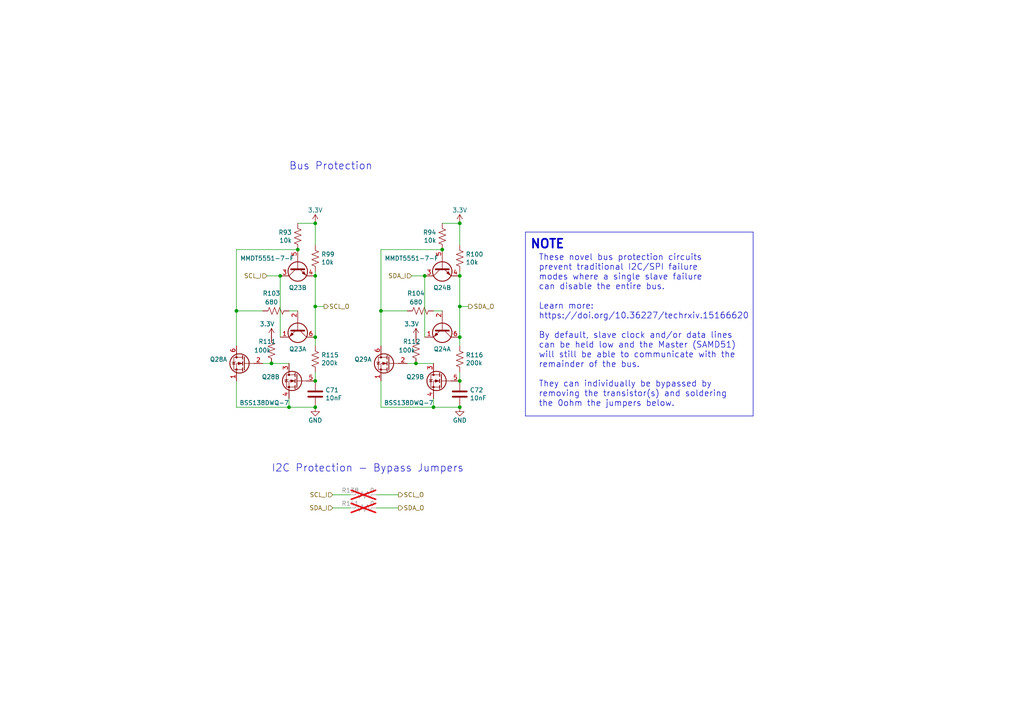
<source format=kicad_sch>
(kicad_sch (version 20230121) (generator eeschema)
  (paper "A4")
  (lib_symbols
    (symbol "Device:C" (pin_numbers hide) (pin_names (offset 0.254))
      (property "Reference" "C" (at 0.635 2.54 0))
      (property "Value" "C" (at 0.635 -2.54 0))
      (symbol "C_0_1"
        (polyline (pts (xy -2.032 -0.762) (xy 2.032 -0.762)) (stroke (width 0.508)))
        (polyline (pts (xy -2.032 0.762) (xy 2.032 0.762)) (stroke (width 0.508)))
      )
      (symbol "C_1_1"
        (pin passive line (at 0 3.81 270) (length 2.794) (name "~") (number "1"))
        (pin passive line (at 0 -3.81 90) (length 2.794) (name "~") (number "2"))
      )
    )
    (symbol "Device:R_US" (pin_numbers hide) (pin_names (offset 0))
      (property "Reference" "R" (at 2.54 0 90))
      (property "Value" "R_US" (at -2.54 0 90))
      (symbol "R_US_0_1"
        (polyline (pts (xy 0 -2.286) (xy 0 -2.54)))
        (polyline (pts (xy 0 2.286) (xy 0 2.54)))
        (polyline (pts (xy 0 -0.762) (xy 1.016 -1.143) (xy 0 -1.524) (xy -1.016 -1.905) (xy 0 -2.286)))
        (polyline (pts (xy 0 0.762) (xy 1.016 0.381) (xy 0 0) (xy -1.016 -0.381) (xy 0 -0.762)))
        (polyline (pts (xy 0 2.286) (xy 1.016 1.905) (xy 0 1.524) (xy -1.016 1.143) (xy 0 0.762)))
      )
      (symbol "R_US_1_1"
        (pin passive line (at 0 3.81 270) (length 1.27) (name "~") (number "1"))
        (pin passive line (at 0 -3.81 90) (length 1.27) (name "~") (number "2"))
      )
    )
    (symbol "SierraLobo:BSS138DW" (pin_names (offset 0.762) hide)
      (property "Reference" "Q" (at -2.54 5.08 0))
      (property "Value" "BSS138DW" (at 3.81 6.35 0))
      (symbol "BSS138DW_1_1"
        (polyline (pts (xy -1.016 0) (xy -3.81 0)))
        (polyline (pts (xy -1.016 1.905) (xy -1.016 -1.905)) (stroke (width 0.254)))
        (polyline (pts (xy -0.508 -1.27) (xy -0.508 -2.286)) (stroke (width 0.254)))
        (polyline (pts (xy -0.508 0.508) (xy -0.508 -0.508)) (stroke (width 0.254)))
        (polyline (pts (xy -0.508 2.286) (xy -0.508 1.27)) (stroke (width 0.254)))
        (polyline (pts (xy 1.27 2.54) (xy 1.27 1.778)))
        (polyline (pts (xy 1.27 -2.54) (xy 1.27 0) (xy -0.508 0)))
        (polyline (pts (xy -0.508 -1.778) (xy 2.032 -1.778) (xy 2.032 1.778) (xy -0.508 1.778)))
        (polyline (pts (xy -0.254 0) (xy 0.762 0.381) (xy 0.762 -0.381) (xy -0.254 0)) (fill (type outline)))
        (polyline (pts (xy 1.524 0.508) (xy 1.651 0.381) (xy 2.413 0.381) (xy 2.54 0.254)))
        (polyline (pts (xy 2.032 0.381) (xy 1.651 -0.254) (xy 2.413 -0.254) (xy 2.032 0.381)))
        (circle (center 0.381 0) (radius 2.794) (stroke (width 0.254)))
        (circle (center 1.27 -1.778) (radius 0.254) (fill (type outline)))
        (circle (center 1.27 1.778) (radius 0.254) (fill (type outline)))
        (pin passive line (at 1.27 -5.08 90) (length 2.54) (name "S2") (number "1"))
        (pin input line (at -6.35 0 0) (length 2.54) (name "G2") (number "2"))
        (pin passive line (at 1.27 5.08 270) (length 2.54) (name "D1") (number "6"))
      )
      (symbol "BSS138DW_2_1"
        (polyline (pts (xy -1.016 0) (xy -3.81 0)))
        (polyline (pts (xy -1.016 1.905) (xy -1.016 -1.905)) (stroke (width 0.254)))
        (polyline (pts (xy -0.508 -1.27) (xy -0.508 -2.286)) (stroke (width 0.254)))
        (polyline (pts (xy -0.508 0.508) (xy -0.508 -0.508)) (stroke (width 0.254)))
        (polyline (pts (xy -0.508 2.286) (xy -0.508 1.27)) (stroke (width 0.254)))
        (polyline (pts (xy 1.27 2.54) (xy 1.27 1.778)))
        (polyline (pts (xy 1.27 -2.54) (xy 1.27 0) (xy -0.508 0)))
        (polyline (pts (xy -0.508 -1.778) (xy 2.032 -1.778) (xy 2.032 1.778) (xy -0.508 1.778)))
        (polyline (pts (xy -0.254 0) (xy 0.762 0.381) (xy 0.762 -0.381) (xy -0.254 0)) (fill (type outline)))
        (polyline (pts (xy 1.524 0.508) (xy 1.651 0.381) (xy 2.413 0.381) (xy 2.54 0.254)))
        (polyline (pts (xy 2.032 0.381) (xy 1.651 -0.254) (xy 2.413 -0.254) (xy 2.032 0.381)))
        (circle (center 0.381 0) (radius 2.794) (stroke (width 0.254)))
        (circle (center 1.27 -1.778) (radius 0.254) (fill (type outline)))
        (circle (center 1.27 1.778) (radius 0.254) (fill (type outline)))
        (pin passive line (at 1.27 5.08 270) (length 2.54) (name "D2") (number "3"))
        (pin passive line (at 1.27 -5.08 90) (length 2.54) (name "S1") (number "4"))
        (pin input line (at -6.35 0 0) (length 2.54) (name "G1") (number "5"))
      )
    )
    (symbol "Transistor_BJT:MMDT5551" (pin_names (offset 0) hide)
      (property "Reference" "Q" (at 5.08 1.27 0))
      (property "Value" "MMDT5551" (at 5.08 -1.27 0))
      (symbol "MMDT5551_0_1"
        (polyline (pts (xy 0.635 0) (xy -2.54 0)))
        (polyline (pts (xy 0.635 0.635) (xy 2.54 2.54)))
        (polyline (pts (xy 0.635 -0.635) (xy 2.54 -2.54) (xy 2.54 -2.54)))
        (polyline (pts (xy 0.635 1.905) (xy 0.635 -1.905) (xy 0.635 -1.905)) (stroke (width 0.508)))
        (polyline (pts (xy 1.27 -1.778) (xy 1.778 -1.27) (xy 2.286 -2.286) (xy 1.27 -1.778) (xy 1.27 -1.778)) (fill (type outline)))
        (circle (center 1.27 0) (radius 2.8194) (stroke (width 0.254)))
      )
      (symbol "MMDT5551_1_1"
        (pin passive line (at 2.54 -5.08 90) (length 2.54) (name "E1") (number "1"))
        (pin input line (at -5.08 0 0) (length 2.54) (name "B1") (number "2"))
        (pin passive line (at 2.54 5.08 270) (length 2.54) (name "C1") (number "6"))
      )
      (symbol "MMDT5551_2_1"
        (pin passive line (at 2.54 5.08 270) (length 2.54) (name "C2") (number "3"))
        (pin passive line (at 2.54 -5.08 90) (length 2.54) (name "E2") (number "4"))
        (pin input line (at -5.08 0 0) (length 2.54) (name "B2") (number "5"))
      )
    )
    (symbol "mainboard:3.3V" (power) (pin_names (offset 1.016))
      (property "Value" "3.3V" (at -1.016 3.556 0))
      (symbol "3.3V_1_0"
        (polyline (pts (xy 0 2.54) (xy -0.762 1.27)))
        (polyline (pts (xy 0.762 1.27) (xy 0 2.54)))
        (pin power_in line (at 0 0 90) (length 2.54) (name "3.3V") (number "1"))
      )
    )
    (symbol "power:GND" (power) (pin_names (offset 0))
      (property "Value" "GND" (at 0 -3.81 0))
      (symbol "GND_0_1"
        (polyline (pts (xy 0 0) (xy 0 -1.27) (xy 1.27 -1.27) (xy 0 -2.54) (xy -1.27 -1.27) (xy 0 -1.27)))
      )
      (symbol "GND_1_1"
        (pin power_in line (at 0 0 270) (length 0) hide (name "GND") (number "1"))
      )
    )
  )
  (junction (at 83.82 118.11))
  (junction (at 91.44 97.79))
  (junction (at 120.65 105.41))
  (junction (at 133.35 88.9))
  (junction (at 125.73 118.11))
  (junction (at 110.49 90.17))
  (junction (at 91.44 88.9))
  (junction (at 133.35 64.77))
  (junction (at 78.74 105.41))
  (junction (at 91.44 80.01))
  (junction (at 133.35 110.49))
  (junction (at 133.35 118.11))
  (junction (at 128.27 72.39))
  (junction (at 81.28 80.01))
  (junction (at 133.35 80.01))
  (junction (at 91.44 110.49))
  (junction (at 68.58 90.17))
  (junction (at 91.44 118.11))
  (junction (at 123.19 80.01))
  (junction (at 86.36 72.39))
  (junction (at 133.35 97.79))
  (junction (at 91.44 64.77))
  (wire (pts (xy 133.35 88.9) (xy 133.35 80.01)))
  (wire (pts (xy 91.44 107.95) (xy 91.44 110.49)))
  (wire (pts (xy 109.22 147.32) (xy 115.57 147.32)))
  (wire (pts (xy 77.47 80.01) (xy 81.28 80.01)))
  (wire (pts (xy 110.49 72.39) (xy 128.27 72.39)))
  (wire (pts (xy 91.44 78.74) (xy 91.44 80.01)))
  (polyline (pts (xy 152.4 120.65) (xy 218.44 120.65)))
  (wire (pts (xy 68.58 90.17) (xy 68.58 72.39)))
  (wire (pts (xy 119.38 80.01) (xy 123.19 80.01)))
  (wire (pts (xy 83.82 115.57) (xy 83.82 118.11)))
  (wire (pts (xy 96.52 143.51) (xy 101.6 143.51)))
  (wire (pts (xy 133.35 107.95) (xy 133.35 110.49)))
  (wire (pts (xy 110.49 118.11) (xy 125.73 118.11)))
  (wire (pts (xy 68.58 100.33) (xy 68.58 90.17)))
  (wire (pts (xy 83.82 105.41) (xy 78.74 105.41)))
  (wire (pts (xy 110.49 110.49) (xy 110.49 118.11)))
  (wire (pts (xy 81.28 80.01) (xy 81.28 97.79)))
  (wire (pts (xy 110.49 90.17) (xy 118.11 90.17)))
  (wire (pts (xy 83.82 118.11) (xy 91.44 118.11)))
  (wire (pts (xy 68.58 72.39) (xy 86.36 72.39)))
  (wire (pts (xy 135.89 88.9) (xy 133.35 88.9)))
  (wire (pts (xy 110.49 90.17) (xy 110.49 72.39)))
  (wire (pts (xy 125.73 105.41) (xy 120.65 105.41)))
  (wire (pts (xy 123.19 80.01) (xy 123.19 97.79)))
  (wire (pts (xy 133.35 64.77) (xy 133.35 71.12)))
  (wire (pts (xy 68.58 118.11) (xy 83.82 118.11)))
  (wire (pts (xy 91.44 100.33) (xy 91.44 97.79)))
  (wire (pts (xy 133.35 100.33) (xy 133.35 97.79)))
  (wire (pts (xy 110.49 100.33) (xy 110.49 90.17)))
  (wire (pts (xy 125.73 118.11) (xy 133.35 118.11)))
  (wire (pts (xy 86.36 90.17) (xy 83.82 90.17)))
  (wire (pts (xy 96.52 147.32) (xy 101.6 147.32)))
  (wire (pts (xy 91.44 97.79) (xy 91.44 88.9)))
  (wire (pts (xy 109.22 143.51) (xy 115.57 143.51)))
  (wire (pts (xy 78.74 105.41) (xy 76.2 105.41)))
  (wire (pts (xy 133.35 78.74) (xy 133.35 80.01)))
  (wire (pts (xy 68.58 110.49) (xy 68.58 118.11)))
  (wire (pts (xy 91.44 64.77) (xy 86.36 64.77)))
  (wire (pts (xy 120.65 105.41) (xy 118.11 105.41)))
  (wire (pts (xy 133.35 64.77) (xy 128.27 64.77)))
  (polyline (pts (xy 152.4 67.31) (xy 152.4 120.65)))
  (polyline (pts (xy 218.44 67.31) (xy 152.4 67.31)))
  (polyline (pts (xy 218.44 120.65) (xy 218.44 67.31)))
  (wire (pts (xy 91.44 71.12) (xy 91.44 64.77)))
  (wire (pts (xy 133.35 97.79) (xy 133.35 88.9)))
  (wire (pts (xy 93.98 88.9) (xy 91.44 88.9)))
  (wire (pts (xy 125.73 115.57) (xy 125.73 118.11)))
  (wire (pts (xy 128.27 90.17) (xy 125.73 90.17)))
  (wire (pts (xy 91.44 88.9) (xy 91.44 80.01)))
  (wire (pts (xy 68.58 90.17) (xy 76.2 90.17)))
  (text "NOTE" (at 153.67 72.39 0) (effects (font (size 2.54 2.54) (thickness 0.508) bold) (justify left bottom)))
  (text "These novel bus protection circuits\nprevent traditional I2C/SPI failure \nmodes where a single slave failure\ncan disable the entire bus.\n\nLearn more: \nhttps://doi.org/10.36227/techrxiv.15166620\n\nBy default, slave clock and/or data lines \ncan be held low and the Master (SAMD51) \nwill still be able to communicate with the \nremainder of the bus.\n\nThey can individually be bypassed by \nremoving the transistor(s) and soldering\nthe 0ohm the jumpers below." (at 156.21 118.11 0) (effects (font (size 1.7526 1.7526)) (justify left bottom)))
  (text "I2C Protection - Bypass Jumpers" (at 78.74 137.16 0) (effects (font (size 2.159 2.159)) (justify left bottom)))
  (text "Bus Protection" (at 83.82 49.53 0) (effects (font (size 2.159 2.159)) (justify left bottom)))
  (hierarchical_label "SCL_O" (shape output) (at 115.57 143.51 0))
  (hierarchical_label "SDA_I" (shape input) (at 119.38 80.01 180))
  (hierarchical_label "SCL_I" (shape input) (at 77.47 80.01 180))
  (hierarchical_label "SCL_I" (shape input) (at 96.52 143.51 180))
  (hierarchical_label "SCL_O" (shape output) (at 93.98 88.9 0))
  (hierarchical_label "SDA_I" (shape input) (at 96.52 147.32 180))
  (hierarchical_label "SDA_O" (shape output) (at 135.89 88.9 0))
  (hierarchical_label "SDA_O" (shape output) (at 115.57 147.32 0))
  (symbol (lib_id "power:GND") (at 91.44 118.11 0) (unit 1)
    (property "Reference" "#PWR0104" (effects hide))
    (property "Value" "GND" (at 91.44 121.92 0))
    (instances (project "mainboard" (path "" (reference "#PWR0104") (unit 1)) (path "" (reference "#PWR0166") (unit 1)) (path "" (reference "#PWR0102") (unit 1)) (path "" (reference "#PWR0164") (unit 1))))
  )
  (symbol (lib_id "SierraLobo:BSS138DW") (at 69.85 105.41 0) (mirror y) (unit 1)
    (property "Reference" "Q28" (at 65.913 104.2416 0) (effects (justify left)))
    (property "Value" "BSS138DWQ-7" (at 83.82 116.84 0) (effects (justify left)))
    (property "Footprint" "Package_TO_SOT_SMD:SOT-363_SC-70-6" (effects hide))
    (property "Datasheet" "https://www.diodes.com/assets/Datasheets/BSS138DWQ.pdf" (effects hide))
    (instances (project "mainboard" (path "" (reference "Q28") (unit 1)) (path "" (reference "Q57") (unit 1)) (path "" (reference "Q7") (unit 1)) (path "" (reference "Q52") (unit 1))))
  )
  (symbol (lib_id "Transistor_BJT:MMDT5551") (at 86.36 95.25 270) (unit 1)
    (property "Reference" "Q23" (at 86.36 101.2444 90))
    (property "Value" "MMDT5551-7-F" (effects hide))
    (property "Footprint" "Package_TO_SOT_SMD:SOT-363_SC-70-6" (effects hide))
    (instances (project "mainboard" (path "" (reference "Q23") (unit 1)) (path "" (reference "Q55") (unit 1)) (path "" (reference "Q5") (unit 1)) (path "" (reference "Q50") (unit 1))))
  )
  (symbol (lib_id "SierraLobo:BSS138DW") (at 111.76 105.41 0) (mirror y) (unit 1)
    (property "Reference" "Q29" (at 107.823 104.2416 0) (effects (justify left)))
    (property "Value" "BSS138DWQ-7" (at 125.73 116.84 0) (effects (justify left)))
    (property "Footprint" "Package_TO_SOT_SMD:SOT-363_SC-70-6" (effects hide))
    (property "Datasheet" "https://www.diodes.com/assets/Datasheets/BSS138DWQ.pdf" (effects hide))
    (instances (project "mainboard" (path "" (reference "Q29") (unit 1)) (path "" (reference "Q58") (unit 1)) (path "" (reference "Q8") (unit 1)) (path "" (reference "Q53") (unit 1))))
  )
  (symbol (lib_id "Device:R_US") (at 80.01 90.17 270) (unit 1)
    (property "Reference" "R103" (at 78.74 85.09 90))
    (property "Value" "680" (at 78.74 87.63 90))
    (property "Footprint" "Resistor_SMD:R_0402_1005Metric" (effects hide))
    (instances (project "mainboard" (path "" (reference "R103") (unit 1)) (path "" (reference "R217") (unit 1)) (path "" (reference "R68") (unit 1)) (path "" (reference "R195") (unit 1))))
  )
  (symbol (lib_id "Device:R_US") (at 120.65 101.6 0) (unit 1)
    (property "Reference" "R112" (at 116.84 99.06 0) (effects (justify left)))
    (property "Value" "100k" (at 115.57 101.6 0) (effects (justify left)))
    (property "Footprint" "Resistor_SMD:R_0402_1005Metric" (effects hide))
    (instances (project "mainboard" (path "" (reference "R112") (unit 1)) (path "" (reference "R220") (unit 1)) (path "" (reference "R71") (unit 1)) (path "" (reference "R198") (unit 1))))
  )
  (symbol (lib_id "Transistor_BJT:MMDT5551") (at 128.27 95.25 270) (unit 1)
    (property "Reference" "Q24" (at 128.27 101.2444 90))
    (property "Value" "MMDT5551-7-F" (effects hide))
    (property "Footprint" "Package_TO_SOT_SMD:SOT-363_SC-70-6" (effects hide))
    (instances (project "mainboard" (path "" (reference "Q24") (unit 1)) (path "" (reference "Q56") (unit 1)) (path "" (reference "Q6") (unit 1)) (path "" (reference "Q51") (unit 1))))
  )
  (symbol (lib_id "Device:R_US") (at 128.27 68.58 0) (unit 1)
    (property "Reference" "R94" (at 126.5682 67.4116 0) (effects (justify right)))
    (property "Value" "10k" (at 126.5682 69.723 0) (effects (justify right)))
    (property "Footprint" "Resistor_SMD:R_0402_1005Metric" (effects hide))
    (instances (project "mainboard" (path "" (reference "R94") (unit 1)) (path "" (reference "R214") (unit 1)) (path "" (reference "R65") (unit 1)) (path "" (reference "R192") (unit 1))))
  )
  (symbol (lib_id "SierraLobo:BSS138DW") (at 127 110.49 0) (mirror y) (unit 2)
    (property "Reference" "Q29" (at 123.063 109.3216 0) (effects (justify left)))
    (property "Value" "BSS138DWQ-7" (effects hide))
    (property "Footprint" "Package_TO_SOT_SMD:SOT-363_SC-70-6" (effects hide))
    (property "Datasheet" "https://www.diodes.com/assets/Datasheets/BSS138DWQ.pdf" (effects hide))
    (instances (project "mainboard" (path "" (reference "Q29") (unit 2)) (path "" (reference "Q58") (unit 2)) (path "" (reference "Q8") (unit 2)) (path "" (reference "Q53") (unit 2))))
  )
  (symbol (lib_id "Device:R_US") (at 105.41 143.51 270) (unit 1) (dnp yes)
    (property "Reference" "R138" (at 101.6 142.24 90))
    (property "Value" "0" (at 107.95 142.24 90))
    (property "Footprint" "Resistor_SMD:R_0603_1608Metric" (effects hide))
    (instances (project "mainboard" (path "" (reference "R138") (unit 1)) (path "" (reference "R223") (unit 1)) (path "" (reference "R74") (unit 1)) (path "" (reference "R201") (unit 1))))
  )
  (symbol (lib_id "Device:C") (at 91.44 114.3 0) (unit 1)
    (property "Reference" "C71" (at 94.361 113.1316 0) (effects (justify left)))
    (property "Value" "10nF" (at 94.361 115.443 0) (effects (justify left)))
    (property "Footprint" "Capacitor_SMD:C_0402_1005Metric" (effects hide))
    (instances (project "mainboard" (path "" (reference "C71") (unit 1)) (path "" (reference "C118") (unit 1)) (path "" (reference "C69") (unit 1)) (path "" (reference "C116") (unit 1))))
  )
  (symbol (lib_id "mainboard:3.3V") (at 133.35 64.77 0) (unit 1)
    (property "Reference" "#P+02" (effects hide))
    (property "Value" "3.3V" (at 133.35 60.96 0))
    (instances (project "mainboard" (path "" (reference "#P+02") (unit 1)) (path "" (reference "#P+010") (unit 1)) (path "" (reference "#P+02") (unit 1)) (path "" (reference "#P+06") (unit 1))))
  )
  (symbol (lib_id "power:GND") (at 133.35 118.11 0) (unit 1)
    (property "Reference" "#PWR0105" (effects hide))
    (property "Value" "GND" (at 133.35 121.92 0))
    (instances (project "mainboard" (path "" (reference "#PWR0105") (unit 1)) (path "" (reference "#PWR0167") (unit 1)) (path "" (reference "#PWR0103") (unit 1)) (path "" (reference "#PWR0165") (unit 1))))
  )
  (symbol (lib_id "mainboard:3.3V") (at 120.65 97.79 0) (unit 1)
    (property "Reference" "#P+06" (effects hide))
    (property "Value" "3.3V" (at 119.38 93.98 0))
    (instances (project "mainboard" (path "" (reference "#P+06") (unit 1)) (path "" (reference "#P+012") (unit 1)) (path "" (reference "#P+04") (unit 1)) (path "" (reference "#P+08") (unit 1))))
  )
  (symbol (lib_id "mainboard:3.3V") (at 78.74 97.79 0) (unit 1)
    (property "Reference" "#P+05" (effects hide))
    (property "Value" "3.3V" (at 77.47 93.98 0))
    (instances (project "mainboard" (path "" (reference "#P+05") (unit 1)) (path "" (reference "#P+011") (unit 1)) (path "" (reference "#P+03") (unit 1)) (path "" (reference "#P+07") (unit 1))))
  )
  (symbol (lib_id "Device:R_US") (at 105.41 147.32 270) (unit 1) (dnp yes)
    (property "Reference" "R141" (at 101.6 146.05 90))
    (property "Value" "0" (at 107.95 146.05 90))
    (property "Footprint" "Resistor_SMD:R_0603_1608Metric" (effects hide))
    (instances (project "mainboard" (path "" (reference "R141") (unit 1)) (path "" (reference "R224") (unit 1)) (path "" (reference "R75") (unit 1)) (path "" (reference "R202") (unit 1))))
  )
  (symbol (lib_id "Device:C") (at 133.35 114.3 0) (unit 1)
    (property "Reference" "C72" (at 136.271 113.1316 0) (effects (justify left)))
    (property "Value" "10nF" (at 136.271 115.443 0) (effects (justify left)))
    (property "Footprint" "Capacitor_SMD:C_0402_1005Metric" (effects hide))
    (instances (project "mainboard" (path "" (reference "C72") (unit 1)) (path "" (reference "C119") (unit 1)) (path "" (reference "C70") (unit 1)) (path "" (reference "C117") (unit 1))))
  )
  (symbol (lib_id "mainboard:3.3V") (at 91.44 64.77 0) (unit 1)
    (property "Reference" "#P+01" (effects hide))
    (property "Value" "3.3V" (at 91.44 60.96 0))
    (instances (project "mainboard" (path "" (reference "#P+01") (unit 1)) (path "" (reference "#P+09") (unit 1)) (path "" (reference "#P+01") (unit 1)) (path "" (reference "#P+05") (unit 1))))
  )
  (symbol (lib_id "Device:R_US") (at 133.35 74.93 0) (unit 1)
    (property "Reference" "R100" (at 135.0772 73.7616 0) (effects (justify left)))
    (property "Value" "10k" (at 135.0772 76.073 0) (effects (justify left)))
    (property "Footprint" "Resistor_SMD:R_0402_1005Metric" (effects hide))
    (instances (project "mainboard" (path "" (reference "R100") (unit 1)) (path "" (reference "R216") (unit 1)) (path "" (reference "R67") (unit 1)) (path "" (reference "R194") (unit 1))))
  )
  (symbol (lib_id "SierraLobo:BSS138DW") (at 85.09 110.49 0) (mirror y) (unit 2)
    (property "Reference" "Q28" (at 81.153 109.3216 0) (effects (justify left)))
    (property "Value" "BSS138DWQ-7" (effects hide))
    (property "Footprint" "Package_TO_SOT_SMD:SOT-363_SC-70-6" (effects hide))
    (property "Datasheet" "https://www.diodes.com/assets/Datasheets/BSS138DWQ.pdf" (effects hide))
    (instances (project "mainboard" (path "" (reference "Q28") (unit 2)) (path "" (reference "Q57") (unit 2)) (path "" (reference "Q7") (unit 2)) (path "" (reference "Q52") (unit 2))))
  )
  (symbol (lib_id "Transistor_BJT:MMDT5551") (at 86.36 77.47 90) (mirror x) (unit 2)
    (property "Reference" "Q23" (at 86.36 83.439 90))
    (property "Value" "MMDT5551-7-F" (at 77.47 74.93 90))
    (property "Footprint" "Package_TO_SOT_SMD:SOT-363_SC-70-6" (effects hide))
    (instances (project "mainboard" (path "" (reference "Q23") (unit 2)) (path "" (reference "Q55") (unit 2)) (path "" (reference "Q5") (unit 2)) (path "" (reference "Q50") (unit 2))))
  )
  (symbol (lib_id "Device:R_US") (at 91.44 104.14 0) (unit 1)
    (property "Reference" "R115" (at 93.1672 102.9716 0) (effects (justify left)))
    (property "Value" "200k" (at 93.1672 105.283 0) (effects (justify left)))
    (property "Footprint" "Resistor_SMD:R_0402_1005Metric" (effects hide))
    (instances (project "mainboard" (path "" (reference "R115") (unit 1)) (path "" (reference "R221") (unit 1)) (path "" (reference "R72") (unit 1)) (path "" (reference "R199") (unit 1))))
  )
  (symbol (lib_id "Device:R_US") (at 133.35 104.14 0) (unit 1)
    (property "Reference" "R116" (at 135.0772 102.9716 0) (effects (justify left)))
    (property "Value" "200k" (at 135.0772 105.283 0) (effects (justify left)))
    (property "Footprint" "Resistor_SMD:R_0402_1005Metric" (effects hide))
    (instances (project "mainboard" (path "" (reference "R116") (unit 1)) (path "" (reference "R222") (unit 1)) (path "" (reference "R73") (unit 1)) (path "" (reference "R200") (unit 1))))
  )
  (symbol (lib_id "Device:R_US") (at 78.74 101.6 0) (unit 1)
    (property "Reference" "R111" (at 74.93 99.06 0) (effects (justify left)))
    (property "Value" "100k" (at 73.66 101.6 0) (effects (justify left)))
    (property "Footprint" "Resistor_SMD:R_0402_1005Metric" (effects hide))
    (instances (project "mainboard" (path "" (reference "R111") (unit 1)) (path "" (reference "R219") (unit 1)) (path "" (reference "R70") (unit 1)) (path "" (reference "R197") (unit 1))))
  )
  (symbol (lib_id "Device:R_US") (at 121.92 90.17 270) (unit 1)
    (property "Reference" "R104" (at 120.65 85.09 90))
    (property "Value" "680" (at 120.65 87.63 90))
    (property "Footprint" "Resistor_SMD:R_0402_1005Metric" (effects hide))
    (instances (project "mainboard" (path "" (reference "R104") (unit 1)) (path "" (reference "R218") (unit 1)) (path "" (reference "R69") (unit 1)) (path "" (reference "R196") (unit 1))))
  )
  (symbol (lib_id "Transistor_BJT:MMDT5551") (at 128.27 77.47 90) (mirror x) (unit 2)
    (property "Reference" "Q24" (at 128.27 83.439 90))
    (property "Value" "MMDT5551-7-F" (at 119.38 74.93 90))
    (property "Footprint" "Package_TO_SOT_SMD:SOT-363_SC-70-6" (effects hide))
    (instances (project "mainboard" (path "" (reference "Q24") (unit 2)) (path "" (reference "Q56") (unit 2)) (path "" (reference "Q6") (unit 2)) (path "" (reference "Q51") (unit 2))))
  )
  (symbol (lib_id "Device:R_US") (at 91.44 74.93 0) (unit 1)
    (property "Reference" "R99" (at 93.1672 73.7616 0) (effects (justify left)))
    (property "Value" "10k" (at 93.1672 76.073 0) (effects (justify left)))
    (property "Footprint" "Resistor_SMD:R_0402_1005Metric" (effects hide))
    (instances (project "mainboard" (path "" (reference "R99") (unit 1)) (path "" (reference "R215") (unit 1)) (path "" (reference "R66") (unit 1)) (path "" (reference "R193") (unit 1))))
  )
  (symbol (lib_id "Device:R_US") (at 86.36 68.58 0) (unit 1)
    (property "Reference" "R93" (at 84.6582 67.4116 0) (effects (justify right)))
    (property "Value" "10k" (at 84.6582 69.723 0) (effects (justify right)))
    (property "Footprint" "Resistor_SMD:R_0402_1005Metric" (effects hide))
    (instances (project "mainboard" (path "" (reference "R93") (unit 1)) (path "" (reference "R213") (unit 1)) (path "" (reference "R64") (unit 1)) (path "" (reference "R191") (unit 1))))
  )
)
</source>
